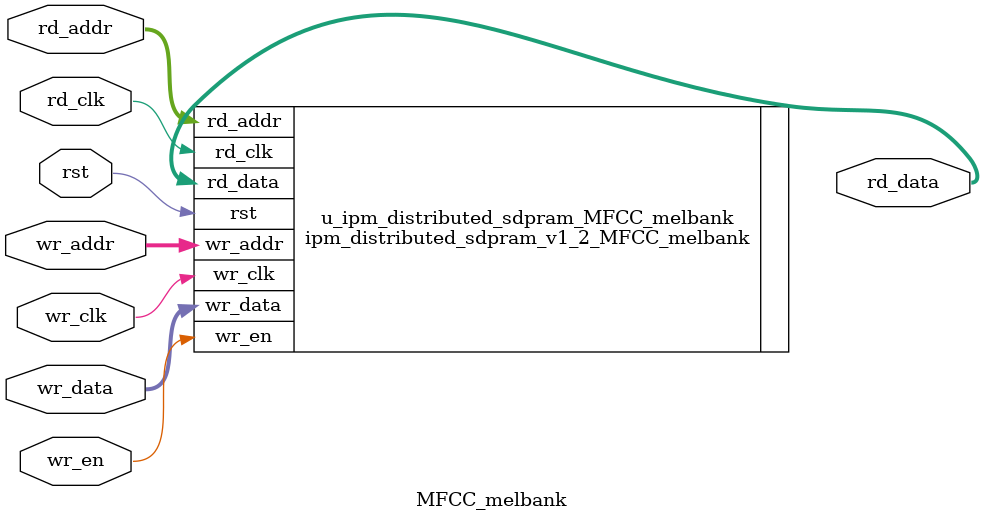
<source format=v>


`timescale 1 ns / 1 ps
module MFCC_melbank
     (
      wr_data        ,
      wr_addr        ,
      rd_addr        ,
      wr_clk         ,
      rd_clk         ,
      wr_en          ,
      rst            ,
      rd_data
     );

    localparam ADDR_WIDTH = 9 ; //@IPC int 4,10

    localparam DATA_WIDTH = 8 ; //@IPC int 1,256

    localparam RST_TYPE = "ASYNC" ; //@IPC enum ASYNC,SYNC

    localparam OUT_REG = 1 ; //@IPC bool

    localparam INIT_ENABLE = 1 ; //@IPC bool

    localparam INIT_FILE = "init_param_bin_exmp_MFCC_melbank.dat" ; //@IPC string

    localparam FILE_FORMAT = "BIN" ; //@IPC enum BIN,HEX


    input    wire     [DATA_WIDTH-1:0]       wr_data               ;
    input    wire     [ADDR_WIDTH-1:0]       wr_addr               ;
    input    wire     [ADDR_WIDTH-1:0]       rd_addr               ;
    input    wire                            wr_clk                ;
    input    wire                            rd_clk                ;
    input    wire                            wr_en                 ;
    input    wire                            rst                   ;
    output   wire     [DATA_WIDTH-1:0]       rd_data               ;


ipm_distributed_sdpram_v1_2_MFCC_melbank
    #(
     .ADDR_WIDTH    (ADDR_WIDTH )	,    //address width   range:4-10
     .DATA_WIDTH    (DATA_WIDTH ) 	,    //data width      range:4-256
     .RST_TYPE      (RST_TYPE   )   ,    //reset type   "ASYNC_RESET" "SYNC_RESET"
     .OUT_REG       (OUT_REG    )   ,    //output options :non_register(0)  register(1)
     .INIT_FILE     (INIT_FILE  )   ,
     .FILE_FORMAT   (FILE_FORMAT)
     ) u_ipm_distributed_sdpram_MFCC_melbank
     (
      .wr_data      (wr_data    )   ,
      .wr_addr      (wr_addr    )   ,
      .rd_addr      (rd_addr    )   ,
      .wr_clk       (wr_clk     )   ,
      .rd_clk       (rd_clk     )   ,
      .wr_en        (wr_en      )   ,
      .rst          (rst        )   ,
      .rd_data      (rd_data    )
     );
endmodule

</source>
